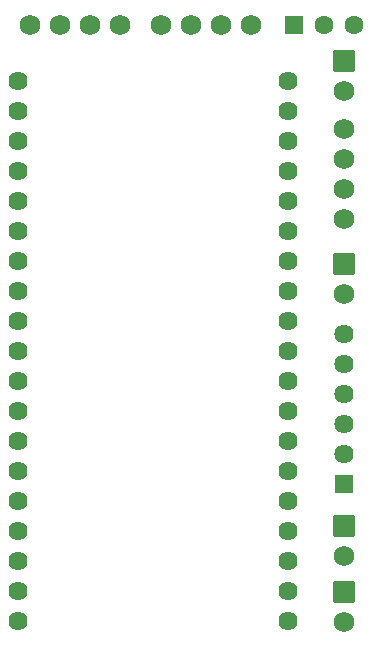
<source format=gts>
G04 Layer: TopSolderMaskLayer*
G04 EasyEDA v6.5.22, 2023-01-05 13:27:54*
G04 3fff428916324e5da58f8526390e409d,db865e68f4bc4fd99aa1dd1697a786d6,10*
G04 Gerber Generator version 0.2*
G04 Scale: 100 percent, Rotated: No, Reflected: No *
G04 Dimensions in millimeters *
G04 leading zeros omitted , absolute positions ,4 integer and 5 decimal *
%FSLAX45Y45*%
%MOMM*%

%AMMACRO1*1,1,$1,$2,$3*1,1,$1,$4,$5*1,1,$1,0-$2,0-$3*1,1,$1,0-$4,0-$5*20,1,$1,$2,$3,$4,$5,0*20,1,$1,$4,$5,0-$2,0-$3,0*20,1,$1,0-$2,0-$3,0-$4,0-$5,0*20,1,$1,0-$4,0-$5,$2,$3,0*4,1,4,$2,$3,$4,$5,0-$2,0-$3,0-$4,0-$5,$2,$3,0*%
%ADD10C,1.7272*%
%ADD11MACRO1,0.1016X-0.75X0.75X0.75X0.75*%
%ADD12C,1.6016*%
%ADD13MACRO1,0.2032X-0.8255X0.8255X0.8255X0.8255*%
%ADD14C,1.7526*%
%ADD15R,1.6256X1.6256*%
%ADD16C,1.6256*%
%ADD17C,1.6240*%

%LPD*%
D10*
G01*
X1955800Y6604000D03*
G01*
X2209800Y6604000D03*
G01*
X2463800Y6604000D03*
G01*
X2717800Y6604000D03*
G01*
X3505200Y4965700D03*
G01*
X3505200Y5219700D03*
G01*
X3505200Y5473700D03*
G01*
X3505200Y5727700D03*
G01*
X1612900Y6604000D03*
G01*
X1358900Y6604000D03*
G01*
X1104900Y6604000D03*
G01*
X850900Y6604000D03*
D11*
G01*
X3086100Y6604000D03*
D12*
G01*
X3340100Y6604000D03*
G01*
X3594100Y6604000D03*
D13*
G01*
X3505200Y2362200D03*
D14*
G01*
X3505200Y2108200D03*
D13*
G01*
X3505200Y4584700D03*
D14*
G01*
X3505200Y4330700D03*
D13*
G01*
X3505200Y6299200D03*
D14*
G01*
X3505200Y6045200D03*
D13*
G01*
X3505200Y1803400D03*
D14*
G01*
X3505200Y1549400D03*
D15*
G01*
X3505200Y2717800D03*
D16*
G01*
X3505200Y2971800D03*
G01*
X3505200Y3225800D03*
G01*
X3505200Y3479800D03*
G01*
X3505200Y3733800D03*
G01*
X3505200Y3987800D03*
D17*
G01*
X749300Y6134100D03*
G01*
X749300Y5880100D03*
G01*
X749300Y5626100D03*
G01*
X749300Y5372100D03*
G01*
X749300Y5118100D03*
G01*
X749300Y4864100D03*
G01*
X749300Y4610100D03*
G01*
X749300Y4356100D03*
G01*
X749300Y4102100D03*
G01*
X749300Y3848100D03*
G01*
X749300Y3594100D03*
G01*
X749300Y3340100D03*
G01*
X749300Y3086100D03*
G01*
X749300Y2832100D03*
G01*
X749300Y2578100D03*
G01*
X749300Y2324100D03*
G01*
X749300Y2070100D03*
G01*
X749300Y1816100D03*
G01*
X749300Y1562100D03*
G01*
X3035300Y1562100D03*
G01*
X3035300Y1816100D03*
G01*
X3035300Y2070100D03*
G01*
X3035300Y2324100D03*
G01*
X3035300Y2578100D03*
G01*
X3035300Y2832100D03*
G01*
X3035300Y3086100D03*
G01*
X3035300Y3340100D03*
G01*
X3035300Y3594100D03*
G01*
X3035300Y3848100D03*
G01*
X3035300Y4102100D03*
G01*
X3035300Y4356100D03*
G01*
X3035300Y4610100D03*
G01*
X3035300Y4864100D03*
G01*
X3035300Y5118100D03*
G01*
X3035300Y5372100D03*
G01*
X3035300Y5626100D03*
G01*
X3035300Y5880100D03*
G01*
X3035300Y6134100D03*
M02*

</source>
